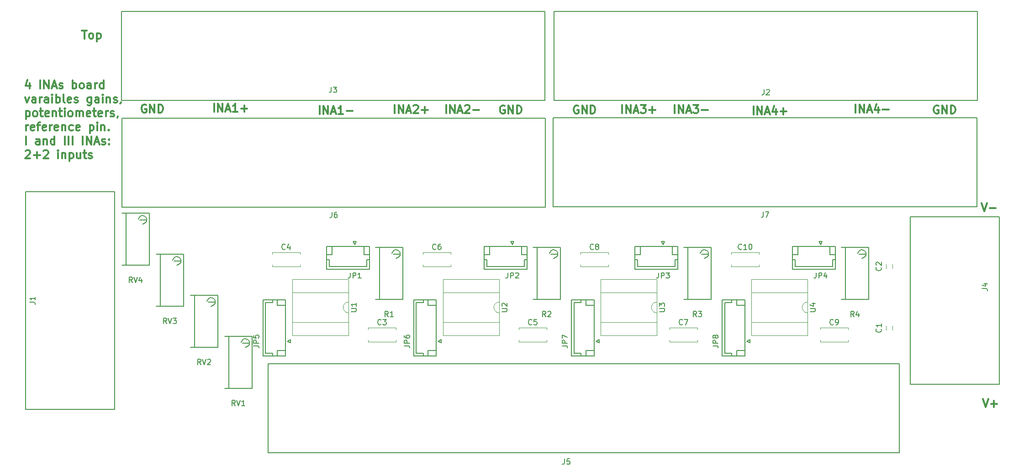
<source format=gbr>
G04 #@! TF.FileFunction,Legend,Top*
%FSLAX46Y46*%
G04 Gerber Fmt 4.6, Leading zero omitted, Abs format (unit mm)*
G04 Created by KiCad (PCBNEW 4.0.5) date 01/24/17 10:53:09*
%MOMM*%
%LPD*%
G01*
G04 APERTURE LIST*
%ADD10C,0.100000*%
%ADD11C,0.300000*%
%ADD12C,0.304800*%
%ADD13C,0.150000*%
%ADD14C,0.120000*%
G04 APERTURE END LIST*
D10*
D11*
X211048743Y-47713200D02*
X210905886Y-47641771D01*
X210691600Y-47641771D01*
X210477315Y-47713200D01*
X210334457Y-47856057D01*
X210263029Y-47998914D01*
X210191600Y-48284629D01*
X210191600Y-48498914D01*
X210263029Y-48784629D01*
X210334457Y-48927486D01*
X210477315Y-49070343D01*
X210691600Y-49141771D01*
X210834457Y-49141771D01*
X211048743Y-49070343D01*
X211120172Y-48998914D01*
X211120172Y-48498914D01*
X210834457Y-48498914D01*
X211763029Y-49141771D02*
X211763029Y-47641771D01*
X212620172Y-49141771D01*
X212620172Y-47641771D01*
X213334458Y-49141771D02*
X213334458Y-47641771D01*
X213691601Y-47641771D01*
X213905886Y-47713200D01*
X214048744Y-47856057D01*
X214120172Y-47998914D01*
X214191601Y-48284629D01*
X214191601Y-48498914D01*
X214120172Y-48784629D01*
X214048744Y-48927486D01*
X213905886Y-49070343D01*
X213691601Y-49141771D01*
X213334458Y-49141771D01*
X162180972Y-49040171D02*
X162180972Y-47540171D01*
X162895258Y-49040171D02*
X162895258Y-47540171D01*
X163752401Y-49040171D01*
X163752401Y-47540171D01*
X164395258Y-48611600D02*
X165109544Y-48611600D01*
X164252401Y-49040171D02*
X164752401Y-47540171D01*
X165252401Y-49040171D01*
X165609544Y-47540171D02*
X166538115Y-47540171D01*
X166038115Y-48111600D01*
X166252401Y-48111600D01*
X166395258Y-48183029D01*
X166466687Y-48254457D01*
X166538115Y-48397314D01*
X166538115Y-48754457D01*
X166466687Y-48897314D01*
X166395258Y-48968743D01*
X166252401Y-49040171D01*
X165823829Y-49040171D01*
X165680972Y-48968743D01*
X165609544Y-48897314D01*
X167180972Y-48468743D02*
X168323829Y-48468743D01*
X152427372Y-49040171D02*
X152427372Y-47540171D01*
X153141658Y-49040171D02*
X153141658Y-47540171D01*
X153998801Y-49040171D01*
X153998801Y-47540171D01*
X154641658Y-48611600D02*
X155355944Y-48611600D01*
X154498801Y-49040171D02*
X154998801Y-47540171D01*
X155498801Y-49040171D01*
X155855944Y-47540171D02*
X156784515Y-47540171D01*
X156284515Y-48111600D01*
X156498801Y-48111600D01*
X156641658Y-48183029D01*
X156713087Y-48254457D01*
X156784515Y-48397314D01*
X156784515Y-48754457D01*
X156713087Y-48897314D01*
X156641658Y-48968743D01*
X156498801Y-49040171D01*
X156070229Y-49040171D01*
X155927372Y-48968743D01*
X155855944Y-48897314D01*
X157427372Y-48468743D02*
X158570229Y-48468743D01*
X157998800Y-49040171D02*
X157998800Y-47897314D01*
X144297543Y-47713200D02*
X144154686Y-47641771D01*
X143940400Y-47641771D01*
X143726115Y-47713200D01*
X143583257Y-47856057D01*
X143511829Y-47998914D01*
X143440400Y-48284629D01*
X143440400Y-48498914D01*
X143511829Y-48784629D01*
X143583257Y-48927486D01*
X143726115Y-49070343D01*
X143940400Y-49141771D01*
X144083257Y-49141771D01*
X144297543Y-49070343D01*
X144368972Y-48998914D01*
X144368972Y-48498914D01*
X144083257Y-48498914D01*
X145011829Y-49141771D02*
X145011829Y-47641771D01*
X145868972Y-49141771D01*
X145868972Y-47641771D01*
X146583258Y-49141771D02*
X146583258Y-47641771D01*
X146940401Y-47641771D01*
X147154686Y-47713200D01*
X147297544Y-47856057D01*
X147368972Y-47998914D01*
X147440401Y-48284629D01*
X147440401Y-48498914D01*
X147368972Y-48784629D01*
X147297544Y-48927486D01*
X147154686Y-49070343D01*
X146940401Y-49141771D01*
X146583258Y-49141771D01*
X130632343Y-47713200D02*
X130489486Y-47641771D01*
X130275200Y-47641771D01*
X130060915Y-47713200D01*
X129918057Y-47856057D01*
X129846629Y-47998914D01*
X129775200Y-48284629D01*
X129775200Y-48498914D01*
X129846629Y-48784629D01*
X129918057Y-48927486D01*
X130060915Y-49070343D01*
X130275200Y-49141771D01*
X130418057Y-49141771D01*
X130632343Y-49070343D01*
X130703772Y-48998914D01*
X130703772Y-48498914D01*
X130418057Y-48498914D01*
X131346629Y-49141771D02*
X131346629Y-47641771D01*
X132203772Y-49141771D01*
X132203772Y-47641771D01*
X132918058Y-49141771D02*
X132918058Y-47641771D01*
X133275201Y-47641771D01*
X133489486Y-47713200D01*
X133632344Y-47856057D01*
X133703772Y-47998914D01*
X133775201Y-48284629D01*
X133775201Y-48498914D01*
X133703772Y-48784629D01*
X133632344Y-48927486D01*
X133489486Y-49070343D01*
X133275201Y-49141771D01*
X132918058Y-49141771D01*
X96344172Y-49243371D02*
X96344172Y-47743371D01*
X97058458Y-49243371D02*
X97058458Y-47743371D01*
X97915601Y-49243371D01*
X97915601Y-47743371D01*
X98558458Y-48814800D02*
X99272744Y-48814800D01*
X98415601Y-49243371D02*
X98915601Y-47743371D01*
X99415601Y-49243371D01*
X100701315Y-49243371D02*
X99844172Y-49243371D01*
X100272744Y-49243371D02*
X100272744Y-47743371D01*
X100129887Y-47957657D01*
X99987029Y-48100514D01*
X99844172Y-48171943D01*
X101344172Y-48671943D02*
X102487029Y-48671943D01*
X64185943Y-47510000D02*
X64043086Y-47438571D01*
X63828800Y-47438571D01*
X63614515Y-47510000D01*
X63471657Y-47652857D01*
X63400229Y-47795714D01*
X63328800Y-48081429D01*
X63328800Y-48295714D01*
X63400229Y-48581429D01*
X63471657Y-48724286D01*
X63614515Y-48867143D01*
X63828800Y-48938571D01*
X63971657Y-48938571D01*
X64185943Y-48867143D01*
X64257372Y-48795714D01*
X64257372Y-48295714D01*
X63971657Y-48295714D01*
X64900229Y-48938571D02*
X64900229Y-47438571D01*
X65757372Y-48938571D01*
X65757372Y-47438571D01*
X66471658Y-48938571D02*
X66471658Y-47438571D01*
X66828801Y-47438571D01*
X67043086Y-47510000D01*
X67185944Y-47652857D01*
X67257372Y-47795714D01*
X67328801Y-48081429D01*
X67328801Y-48295714D01*
X67257372Y-48581429D01*
X67185944Y-48724286D01*
X67043086Y-48867143D01*
X66828801Y-48938571D01*
X66471658Y-48938571D01*
X219297429Y-102048571D02*
X219797429Y-103548571D01*
X220297429Y-102048571D01*
X220797429Y-102977143D02*
X221940286Y-102977143D01*
X221368857Y-103548571D02*
X221368857Y-102405714D01*
X219043429Y-65726571D02*
X219543429Y-67226571D01*
X220043429Y-65726571D01*
X220543429Y-66655143D02*
X221686286Y-66655143D01*
X195708972Y-48938571D02*
X195708972Y-47438571D01*
X196423258Y-48938571D02*
X196423258Y-47438571D01*
X197280401Y-48938571D01*
X197280401Y-47438571D01*
X197923258Y-48510000D02*
X198637544Y-48510000D01*
X197780401Y-48938571D02*
X198280401Y-47438571D01*
X198780401Y-48938571D01*
X199923258Y-47938571D02*
X199923258Y-48938571D01*
X199566115Y-47367143D02*
X199208972Y-48438571D01*
X200137544Y-48438571D01*
X200708972Y-48367143D02*
X201851829Y-48367143D01*
X176760572Y-49294171D02*
X176760572Y-47794171D01*
X177474858Y-49294171D02*
X177474858Y-47794171D01*
X178332001Y-49294171D01*
X178332001Y-47794171D01*
X178974858Y-48865600D02*
X179689144Y-48865600D01*
X178832001Y-49294171D02*
X179332001Y-47794171D01*
X179832001Y-49294171D01*
X180974858Y-48294171D02*
X180974858Y-49294171D01*
X180617715Y-47722743D02*
X180260572Y-48794171D01*
X181189144Y-48794171D01*
X181760572Y-48722743D02*
X182903429Y-48722743D01*
X182332000Y-49294171D02*
X182332000Y-48151314D01*
X119813772Y-49040171D02*
X119813772Y-47540171D01*
X120528058Y-49040171D02*
X120528058Y-47540171D01*
X121385201Y-49040171D01*
X121385201Y-47540171D01*
X122028058Y-48611600D02*
X122742344Y-48611600D01*
X121885201Y-49040171D02*
X122385201Y-47540171D01*
X122885201Y-49040171D01*
X123313772Y-47683029D02*
X123385201Y-47611600D01*
X123528058Y-47540171D01*
X123885201Y-47540171D01*
X124028058Y-47611600D01*
X124099487Y-47683029D01*
X124170915Y-47825886D01*
X124170915Y-47968743D01*
X124099487Y-48183029D01*
X123242344Y-49040171D01*
X124170915Y-49040171D01*
X124813772Y-48468743D02*
X125956629Y-48468743D01*
X110263372Y-49040171D02*
X110263372Y-47540171D01*
X110977658Y-49040171D02*
X110977658Y-47540171D01*
X111834801Y-49040171D01*
X111834801Y-47540171D01*
X112477658Y-48611600D02*
X113191944Y-48611600D01*
X112334801Y-49040171D02*
X112834801Y-47540171D01*
X113334801Y-49040171D01*
X113763372Y-47683029D02*
X113834801Y-47611600D01*
X113977658Y-47540171D01*
X114334801Y-47540171D01*
X114477658Y-47611600D01*
X114549087Y-47683029D01*
X114620515Y-47825886D01*
X114620515Y-47968743D01*
X114549087Y-48183029D01*
X113691944Y-49040171D01*
X114620515Y-49040171D01*
X115263372Y-48468743D02*
X116406229Y-48468743D01*
X115834800Y-49040171D02*
X115834800Y-47897314D01*
X76786172Y-48786171D02*
X76786172Y-47286171D01*
X77500458Y-48786171D02*
X77500458Y-47286171D01*
X78357601Y-48786171D01*
X78357601Y-47286171D01*
X79000458Y-48357600D02*
X79714744Y-48357600D01*
X78857601Y-48786171D02*
X79357601Y-47286171D01*
X79857601Y-48786171D01*
X81143315Y-48786171D02*
X80286172Y-48786171D01*
X80714744Y-48786171D02*
X80714744Y-47286171D01*
X80571887Y-47500457D01*
X80429029Y-47643314D01*
X80286172Y-47714743D01*
X81786172Y-48214743D02*
X82929029Y-48214743D01*
X82357600Y-48786171D02*
X82357600Y-47643314D01*
D12*
X52287715Y-33709429D02*
X53158572Y-33709429D01*
X52723143Y-35233429D02*
X52723143Y-33709429D01*
X53884286Y-35233429D02*
X53739144Y-35160857D01*
X53666572Y-35088286D01*
X53594001Y-34943143D01*
X53594001Y-34507714D01*
X53666572Y-34362571D01*
X53739144Y-34290000D01*
X53884286Y-34217429D01*
X54102001Y-34217429D01*
X54247144Y-34290000D01*
X54319715Y-34362571D01*
X54392286Y-34507714D01*
X54392286Y-34943143D01*
X54319715Y-35088286D01*
X54247144Y-35160857D01*
X54102001Y-35233429D01*
X53884286Y-35233429D01*
X55045429Y-34217429D02*
X55045429Y-35741429D01*
X55045429Y-34290000D02*
X55190572Y-34217429D01*
X55480858Y-34217429D01*
X55626001Y-34290000D01*
X55698572Y-34362571D01*
X55771143Y-34507714D01*
X55771143Y-34943143D01*
X55698572Y-35088286D01*
X55626001Y-35160857D01*
X55480858Y-35233429D01*
X55190572Y-35233429D01*
X55045429Y-35160857D01*
X42570400Y-43488429D02*
X42570400Y-44504429D01*
X42207543Y-42907857D02*
X41844686Y-43996429D01*
X42788114Y-43996429D01*
X44529829Y-44504429D02*
X44529829Y-42980429D01*
X45255543Y-44504429D02*
X45255543Y-42980429D01*
X46126400Y-44504429D01*
X46126400Y-42980429D01*
X46779543Y-44069000D02*
X47505257Y-44069000D01*
X46634400Y-44504429D02*
X47142400Y-42980429D01*
X47650400Y-44504429D01*
X48085829Y-44431857D02*
X48230972Y-44504429D01*
X48521257Y-44504429D01*
X48666400Y-44431857D01*
X48738972Y-44286714D01*
X48738972Y-44214143D01*
X48666400Y-44069000D01*
X48521257Y-43996429D01*
X48303543Y-43996429D01*
X48158400Y-43923857D01*
X48085829Y-43778714D01*
X48085829Y-43706143D01*
X48158400Y-43561000D01*
X48303543Y-43488429D01*
X48521257Y-43488429D01*
X48666400Y-43561000D01*
X50553257Y-44504429D02*
X50553257Y-42980429D01*
X50553257Y-43561000D02*
X50698400Y-43488429D01*
X50988686Y-43488429D01*
X51133829Y-43561000D01*
X51206400Y-43633571D01*
X51278971Y-43778714D01*
X51278971Y-44214143D01*
X51206400Y-44359286D01*
X51133829Y-44431857D01*
X50988686Y-44504429D01*
X50698400Y-44504429D01*
X50553257Y-44431857D01*
X52149828Y-44504429D02*
X52004686Y-44431857D01*
X51932114Y-44359286D01*
X51859543Y-44214143D01*
X51859543Y-43778714D01*
X51932114Y-43633571D01*
X52004686Y-43561000D01*
X52149828Y-43488429D01*
X52367543Y-43488429D01*
X52512686Y-43561000D01*
X52585257Y-43633571D01*
X52657828Y-43778714D01*
X52657828Y-44214143D01*
X52585257Y-44359286D01*
X52512686Y-44431857D01*
X52367543Y-44504429D01*
X52149828Y-44504429D01*
X53964114Y-44504429D02*
X53964114Y-43706143D01*
X53891543Y-43561000D01*
X53746400Y-43488429D01*
X53456114Y-43488429D01*
X53310971Y-43561000D01*
X53964114Y-44431857D02*
X53818971Y-44504429D01*
X53456114Y-44504429D01*
X53310971Y-44431857D01*
X53238400Y-44286714D01*
X53238400Y-44141571D01*
X53310971Y-43996429D01*
X53456114Y-43923857D01*
X53818971Y-43923857D01*
X53964114Y-43851286D01*
X54689828Y-44504429D02*
X54689828Y-43488429D01*
X54689828Y-43778714D02*
X54762400Y-43633571D01*
X54834971Y-43561000D01*
X54980114Y-43488429D01*
X55125257Y-43488429D01*
X56286400Y-44504429D02*
X56286400Y-42980429D01*
X56286400Y-44431857D02*
X56141257Y-44504429D01*
X55850971Y-44504429D01*
X55705829Y-44431857D01*
X55633257Y-44359286D01*
X55560686Y-44214143D01*
X55560686Y-43778714D01*
X55633257Y-43633571D01*
X55705829Y-43561000D01*
X55850971Y-43488429D01*
X56141257Y-43488429D01*
X56286400Y-43561000D01*
X41772114Y-46079229D02*
X42134971Y-47095229D01*
X42497829Y-46079229D01*
X43731543Y-47095229D02*
X43731543Y-46296943D01*
X43658972Y-46151800D01*
X43513829Y-46079229D01*
X43223543Y-46079229D01*
X43078400Y-46151800D01*
X43731543Y-47022657D02*
X43586400Y-47095229D01*
X43223543Y-47095229D01*
X43078400Y-47022657D01*
X43005829Y-46877514D01*
X43005829Y-46732371D01*
X43078400Y-46587229D01*
X43223543Y-46514657D01*
X43586400Y-46514657D01*
X43731543Y-46442086D01*
X44457257Y-47095229D02*
X44457257Y-46079229D01*
X44457257Y-46369514D02*
X44529829Y-46224371D01*
X44602400Y-46151800D01*
X44747543Y-46079229D01*
X44892686Y-46079229D01*
X46053829Y-47095229D02*
X46053829Y-46296943D01*
X45981258Y-46151800D01*
X45836115Y-46079229D01*
X45545829Y-46079229D01*
X45400686Y-46151800D01*
X46053829Y-47022657D02*
X45908686Y-47095229D01*
X45545829Y-47095229D01*
X45400686Y-47022657D01*
X45328115Y-46877514D01*
X45328115Y-46732371D01*
X45400686Y-46587229D01*
X45545829Y-46514657D01*
X45908686Y-46514657D01*
X46053829Y-46442086D01*
X46779543Y-47095229D02*
X46779543Y-46079229D01*
X46779543Y-45571229D02*
X46706972Y-45643800D01*
X46779543Y-45716371D01*
X46852115Y-45643800D01*
X46779543Y-45571229D01*
X46779543Y-45716371D01*
X47505257Y-47095229D02*
X47505257Y-45571229D01*
X47505257Y-46151800D02*
X47650400Y-46079229D01*
X47940686Y-46079229D01*
X48085829Y-46151800D01*
X48158400Y-46224371D01*
X48230971Y-46369514D01*
X48230971Y-46804943D01*
X48158400Y-46950086D01*
X48085829Y-47022657D01*
X47940686Y-47095229D01*
X47650400Y-47095229D01*
X47505257Y-47022657D01*
X49101828Y-47095229D02*
X48956686Y-47022657D01*
X48884114Y-46877514D01*
X48884114Y-45571229D01*
X50262972Y-47022657D02*
X50117829Y-47095229D01*
X49827543Y-47095229D01*
X49682400Y-47022657D01*
X49609829Y-46877514D01*
X49609829Y-46296943D01*
X49682400Y-46151800D01*
X49827543Y-46079229D01*
X50117829Y-46079229D01*
X50262972Y-46151800D01*
X50335543Y-46296943D01*
X50335543Y-46442086D01*
X49609829Y-46587229D01*
X50916115Y-47022657D02*
X51061258Y-47095229D01*
X51351543Y-47095229D01*
X51496686Y-47022657D01*
X51569258Y-46877514D01*
X51569258Y-46804943D01*
X51496686Y-46659800D01*
X51351543Y-46587229D01*
X51133829Y-46587229D01*
X50988686Y-46514657D01*
X50916115Y-46369514D01*
X50916115Y-46296943D01*
X50988686Y-46151800D01*
X51133829Y-46079229D01*
X51351543Y-46079229D01*
X51496686Y-46151800D01*
X54036686Y-46079229D02*
X54036686Y-47312943D01*
X53964115Y-47458086D01*
X53891543Y-47530657D01*
X53746400Y-47603229D01*
X53528686Y-47603229D01*
X53383543Y-47530657D01*
X54036686Y-47022657D02*
X53891543Y-47095229D01*
X53601257Y-47095229D01*
X53456115Y-47022657D01*
X53383543Y-46950086D01*
X53310972Y-46804943D01*
X53310972Y-46369514D01*
X53383543Y-46224371D01*
X53456115Y-46151800D01*
X53601257Y-46079229D01*
X53891543Y-46079229D01*
X54036686Y-46151800D01*
X55415543Y-47095229D02*
X55415543Y-46296943D01*
X55342972Y-46151800D01*
X55197829Y-46079229D01*
X54907543Y-46079229D01*
X54762400Y-46151800D01*
X55415543Y-47022657D02*
X55270400Y-47095229D01*
X54907543Y-47095229D01*
X54762400Y-47022657D01*
X54689829Y-46877514D01*
X54689829Y-46732371D01*
X54762400Y-46587229D01*
X54907543Y-46514657D01*
X55270400Y-46514657D01*
X55415543Y-46442086D01*
X56141257Y-47095229D02*
X56141257Y-46079229D01*
X56141257Y-45571229D02*
X56068686Y-45643800D01*
X56141257Y-45716371D01*
X56213829Y-45643800D01*
X56141257Y-45571229D01*
X56141257Y-45716371D01*
X56866971Y-46079229D02*
X56866971Y-47095229D01*
X56866971Y-46224371D02*
X56939543Y-46151800D01*
X57084685Y-46079229D01*
X57302400Y-46079229D01*
X57447543Y-46151800D01*
X57520114Y-46296943D01*
X57520114Y-47095229D01*
X58173257Y-47022657D02*
X58318400Y-47095229D01*
X58608685Y-47095229D01*
X58753828Y-47022657D01*
X58826400Y-46877514D01*
X58826400Y-46804943D01*
X58753828Y-46659800D01*
X58608685Y-46587229D01*
X58390971Y-46587229D01*
X58245828Y-46514657D01*
X58173257Y-46369514D01*
X58173257Y-46296943D01*
X58245828Y-46151800D01*
X58390971Y-46079229D01*
X58608685Y-46079229D01*
X58753828Y-46151800D01*
X59552114Y-47022657D02*
X59552114Y-47095229D01*
X59479542Y-47240371D01*
X59406971Y-47312943D01*
X41917257Y-48670029D02*
X41917257Y-50194029D01*
X41917257Y-48742600D02*
X42062400Y-48670029D01*
X42352686Y-48670029D01*
X42497829Y-48742600D01*
X42570400Y-48815171D01*
X42642971Y-48960314D01*
X42642971Y-49395743D01*
X42570400Y-49540886D01*
X42497829Y-49613457D01*
X42352686Y-49686029D01*
X42062400Y-49686029D01*
X41917257Y-49613457D01*
X43513828Y-49686029D02*
X43368686Y-49613457D01*
X43296114Y-49540886D01*
X43223543Y-49395743D01*
X43223543Y-48960314D01*
X43296114Y-48815171D01*
X43368686Y-48742600D01*
X43513828Y-48670029D01*
X43731543Y-48670029D01*
X43876686Y-48742600D01*
X43949257Y-48815171D01*
X44021828Y-48960314D01*
X44021828Y-49395743D01*
X43949257Y-49540886D01*
X43876686Y-49613457D01*
X43731543Y-49686029D01*
X43513828Y-49686029D01*
X44457257Y-48670029D02*
X45037828Y-48670029D01*
X44674971Y-48162029D02*
X44674971Y-49468314D01*
X44747543Y-49613457D01*
X44892685Y-49686029D01*
X45037828Y-49686029D01*
X46126400Y-49613457D02*
X45981257Y-49686029D01*
X45690971Y-49686029D01*
X45545828Y-49613457D01*
X45473257Y-49468314D01*
X45473257Y-48887743D01*
X45545828Y-48742600D01*
X45690971Y-48670029D01*
X45981257Y-48670029D01*
X46126400Y-48742600D01*
X46198971Y-48887743D01*
X46198971Y-49032886D01*
X45473257Y-49178029D01*
X46852114Y-48670029D02*
X46852114Y-49686029D01*
X46852114Y-48815171D02*
X46924686Y-48742600D01*
X47069828Y-48670029D01*
X47287543Y-48670029D01*
X47432686Y-48742600D01*
X47505257Y-48887743D01*
X47505257Y-49686029D01*
X48013257Y-48670029D02*
X48593828Y-48670029D01*
X48230971Y-48162029D02*
X48230971Y-49468314D01*
X48303543Y-49613457D01*
X48448685Y-49686029D01*
X48593828Y-49686029D01*
X49101828Y-49686029D02*
X49101828Y-48670029D01*
X49101828Y-48162029D02*
X49029257Y-48234600D01*
X49101828Y-48307171D01*
X49174400Y-48234600D01*
X49101828Y-48162029D01*
X49101828Y-48307171D01*
X50045256Y-49686029D02*
X49900114Y-49613457D01*
X49827542Y-49540886D01*
X49754971Y-49395743D01*
X49754971Y-48960314D01*
X49827542Y-48815171D01*
X49900114Y-48742600D01*
X50045256Y-48670029D01*
X50262971Y-48670029D01*
X50408114Y-48742600D01*
X50480685Y-48815171D01*
X50553256Y-48960314D01*
X50553256Y-49395743D01*
X50480685Y-49540886D01*
X50408114Y-49613457D01*
X50262971Y-49686029D01*
X50045256Y-49686029D01*
X51206399Y-49686029D02*
X51206399Y-48670029D01*
X51206399Y-48815171D02*
X51278971Y-48742600D01*
X51424113Y-48670029D01*
X51641828Y-48670029D01*
X51786971Y-48742600D01*
X51859542Y-48887743D01*
X51859542Y-49686029D01*
X51859542Y-48887743D02*
X51932113Y-48742600D01*
X52077256Y-48670029D01*
X52294971Y-48670029D01*
X52440113Y-48742600D01*
X52512685Y-48887743D01*
X52512685Y-49686029D01*
X53818971Y-49613457D02*
X53673828Y-49686029D01*
X53383542Y-49686029D01*
X53238399Y-49613457D01*
X53165828Y-49468314D01*
X53165828Y-48887743D01*
X53238399Y-48742600D01*
X53383542Y-48670029D01*
X53673828Y-48670029D01*
X53818971Y-48742600D01*
X53891542Y-48887743D01*
X53891542Y-49032886D01*
X53165828Y-49178029D01*
X54326971Y-48670029D02*
X54907542Y-48670029D01*
X54544685Y-48162029D02*
X54544685Y-49468314D01*
X54617257Y-49613457D01*
X54762399Y-49686029D01*
X54907542Y-49686029D01*
X55996114Y-49613457D02*
X55850971Y-49686029D01*
X55560685Y-49686029D01*
X55415542Y-49613457D01*
X55342971Y-49468314D01*
X55342971Y-48887743D01*
X55415542Y-48742600D01*
X55560685Y-48670029D01*
X55850971Y-48670029D01*
X55996114Y-48742600D01*
X56068685Y-48887743D01*
X56068685Y-49032886D01*
X55342971Y-49178029D01*
X56721828Y-49686029D02*
X56721828Y-48670029D01*
X56721828Y-48960314D02*
X56794400Y-48815171D01*
X56866971Y-48742600D01*
X57012114Y-48670029D01*
X57157257Y-48670029D01*
X57592686Y-49613457D02*
X57737829Y-49686029D01*
X58028114Y-49686029D01*
X58173257Y-49613457D01*
X58245829Y-49468314D01*
X58245829Y-49395743D01*
X58173257Y-49250600D01*
X58028114Y-49178029D01*
X57810400Y-49178029D01*
X57665257Y-49105457D01*
X57592686Y-48960314D01*
X57592686Y-48887743D01*
X57665257Y-48742600D01*
X57810400Y-48670029D01*
X58028114Y-48670029D01*
X58173257Y-48742600D01*
X58971543Y-49613457D02*
X58971543Y-49686029D01*
X58898971Y-49831171D01*
X58826400Y-49903743D01*
X41917257Y-52276829D02*
X41917257Y-51260829D01*
X41917257Y-51551114D02*
X41989829Y-51405971D01*
X42062400Y-51333400D01*
X42207543Y-51260829D01*
X42352686Y-51260829D01*
X43441258Y-52204257D02*
X43296115Y-52276829D01*
X43005829Y-52276829D01*
X42860686Y-52204257D01*
X42788115Y-52059114D01*
X42788115Y-51478543D01*
X42860686Y-51333400D01*
X43005829Y-51260829D01*
X43296115Y-51260829D01*
X43441258Y-51333400D01*
X43513829Y-51478543D01*
X43513829Y-51623686D01*
X42788115Y-51768829D01*
X43949258Y-51260829D02*
X44529829Y-51260829D01*
X44166972Y-52276829D02*
X44166972Y-50970543D01*
X44239544Y-50825400D01*
X44384686Y-50752829D01*
X44529829Y-50752829D01*
X45618401Y-52204257D02*
X45473258Y-52276829D01*
X45182972Y-52276829D01*
X45037829Y-52204257D01*
X44965258Y-52059114D01*
X44965258Y-51478543D01*
X45037829Y-51333400D01*
X45182972Y-51260829D01*
X45473258Y-51260829D01*
X45618401Y-51333400D01*
X45690972Y-51478543D01*
X45690972Y-51623686D01*
X44965258Y-51768829D01*
X46344115Y-52276829D02*
X46344115Y-51260829D01*
X46344115Y-51551114D02*
X46416687Y-51405971D01*
X46489258Y-51333400D01*
X46634401Y-51260829D01*
X46779544Y-51260829D01*
X47868116Y-52204257D02*
X47722973Y-52276829D01*
X47432687Y-52276829D01*
X47287544Y-52204257D01*
X47214973Y-52059114D01*
X47214973Y-51478543D01*
X47287544Y-51333400D01*
X47432687Y-51260829D01*
X47722973Y-51260829D01*
X47868116Y-51333400D01*
X47940687Y-51478543D01*
X47940687Y-51623686D01*
X47214973Y-51768829D01*
X48593830Y-51260829D02*
X48593830Y-52276829D01*
X48593830Y-51405971D02*
X48666402Y-51333400D01*
X48811544Y-51260829D01*
X49029259Y-51260829D01*
X49174402Y-51333400D01*
X49246973Y-51478543D01*
X49246973Y-52276829D01*
X50625830Y-52204257D02*
X50480687Y-52276829D01*
X50190401Y-52276829D01*
X50045259Y-52204257D01*
X49972687Y-52131686D01*
X49900116Y-51986543D01*
X49900116Y-51551114D01*
X49972687Y-51405971D01*
X50045259Y-51333400D01*
X50190401Y-51260829D01*
X50480687Y-51260829D01*
X50625830Y-51333400D01*
X51859545Y-52204257D02*
X51714402Y-52276829D01*
X51424116Y-52276829D01*
X51278973Y-52204257D01*
X51206402Y-52059114D01*
X51206402Y-51478543D01*
X51278973Y-51333400D01*
X51424116Y-51260829D01*
X51714402Y-51260829D01*
X51859545Y-51333400D01*
X51932116Y-51478543D01*
X51932116Y-51623686D01*
X51206402Y-51768829D01*
X53746402Y-51260829D02*
X53746402Y-52784829D01*
X53746402Y-51333400D02*
X53891545Y-51260829D01*
X54181831Y-51260829D01*
X54326974Y-51333400D01*
X54399545Y-51405971D01*
X54472116Y-51551114D01*
X54472116Y-51986543D01*
X54399545Y-52131686D01*
X54326974Y-52204257D01*
X54181831Y-52276829D01*
X53891545Y-52276829D01*
X53746402Y-52204257D01*
X55125259Y-52276829D02*
X55125259Y-51260829D01*
X55125259Y-50752829D02*
X55052688Y-50825400D01*
X55125259Y-50897971D01*
X55197831Y-50825400D01*
X55125259Y-50752829D01*
X55125259Y-50897971D01*
X55850973Y-51260829D02*
X55850973Y-52276829D01*
X55850973Y-51405971D02*
X55923545Y-51333400D01*
X56068687Y-51260829D01*
X56286402Y-51260829D01*
X56431545Y-51333400D01*
X56504116Y-51478543D01*
X56504116Y-52276829D01*
X57229830Y-52131686D02*
X57302402Y-52204257D01*
X57229830Y-52276829D01*
X57157259Y-52204257D01*
X57229830Y-52131686D01*
X57229830Y-52276829D01*
X41917257Y-54867629D02*
X41917257Y-53343629D01*
X44457257Y-54867629D02*
X44457257Y-54069343D01*
X44384686Y-53924200D01*
X44239543Y-53851629D01*
X43949257Y-53851629D01*
X43804114Y-53924200D01*
X44457257Y-54795057D02*
X44312114Y-54867629D01*
X43949257Y-54867629D01*
X43804114Y-54795057D01*
X43731543Y-54649914D01*
X43731543Y-54504771D01*
X43804114Y-54359629D01*
X43949257Y-54287057D01*
X44312114Y-54287057D01*
X44457257Y-54214486D01*
X45182971Y-53851629D02*
X45182971Y-54867629D01*
X45182971Y-53996771D02*
X45255543Y-53924200D01*
X45400685Y-53851629D01*
X45618400Y-53851629D01*
X45763543Y-53924200D01*
X45836114Y-54069343D01*
X45836114Y-54867629D01*
X47214971Y-54867629D02*
X47214971Y-53343629D01*
X47214971Y-54795057D02*
X47069828Y-54867629D01*
X46779542Y-54867629D01*
X46634400Y-54795057D01*
X46561828Y-54722486D01*
X46489257Y-54577343D01*
X46489257Y-54141914D01*
X46561828Y-53996771D01*
X46634400Y-53924200D01*
X46779542Y-53851629D01*
X47069828Y-53851629D01*
X47214971Y-53924200D01*
X49101828Y-54867629D02*
X49101828Y-53343629D01*
X49827542Y-54867629D02*
X49827542Y-53343629D01*
X50553256Y-54867629D02*
X50553256Y-53343629D01*
X52440113Y-54867629D02*
X52440113Y-53343629D01*
X53165827Y-54867629D02*
X53165827Y-53343629D01*
X54036684Y-54867629D01*
X54036684Y-53343629D01*
X54689827Y-54432200D02*
X55415541Y-54432200D01*
X54544684Y-54867629D02*
X55052684Y-53343629D01*
X55560684Y-54867629D01*
X55996113Y-54795057D02*
X56141256Y-54867629D01*
X56431541Y-54867629D01*
X56576684Y-54795057D01*
X56649256Y-54649914D01*
X56649256Y-54577343D01*
X56576684Y-54432200D01*
X56431541Y-54359629D01*
X56213827Y-54359629D01*
X56068684Y-54287057D01*
X55996113Y-54141914D01*
X55996113Y-54069343D01*
X56068684Y-53924200D01*
X56213827Y-53851629D01*
X56431541Y-53851629D01*
X56576684Y-53924200D01*
X57302398Y-54722486D02*
X57374970Y-54795057D01*
X57302398Y-54867629D01*
X57229827Y-54795057D01*
X57302398Y-54722486D01*
X57302398Y-54867629D01*
X57302398Y-53924200D02*
X57374970Y-53996771D01*
X57302398Y-54069343D01*
X57229827Y-53996771D01*
X57302398Y-53924200D01*
X57302398Y-54069343D01*
X41844686Y-56079571D02*
X41917257Y-56007000D01*
X42062400Y-55934429D01*
X42425257Y-55934429D01*
X42570400Y-56007000D01*
X42642971Y-56079571D01*
X42715543Y-56224714D01*
X42715543Y-56369857D01*
X42642971Y-56587571D01*
X41772114Y-57458429D01*
X42715543Y-57458429D01*
X43368686Y-56877857D02*
X44529829Y-56877857D01*
X43949258Y-57458429D02*
X43949258Y-56297286D01*
X45182972Y-56079571D02*
X45255543Y-56007000D01*
X45400686Y-55934429D01*
X45763543Y-55934429D01*
X45908686Y-56007000D01*
X45981257Y-56079571D01*
X46053829Y-56224714D01*
X46053829Y-56369857D01*
X45981257Y-56587571D01*
X45110400Y-57458429D01*
X46053829Y-57458429D01*
X47868115Y-57458429D02*
X47868115Y-56442429D01*
X47868115Y-55934429D02*
X47795544Y-56007000D01*
X47868115Y-56079571D01*
X47940687Y-56007000D01*
X47868115Y-55934429D01*
X47868115Y-56079571D01*
X48593829Y-56442429D02*
X48593829Y-57458429D01*
X48593829Y-56587571D02*
X48666401Y-56515000D01*
X48811543Y-56442429D01*
X49029258Y-56442429D01*
X49174401Y-56515000D01*
X49246972Y-56660143D01*
X49246972Y-57458429D01*
X49972686Y-56442429D02*
X49972686Y-57966429D01*
X49972686Y-56515000D02*
X50117829Y-56442429D01*
X50408115Y-56442429D01*
X50553258Y-56515000D01*
X50625829Y-56587571D01*
X50698400Y-56732714D01*
X50698400Y-57168143D01*
X50625829Y-57313286D01*
X50553258Y-57385857D01*
X50408115Y-57458429D01*
X50117829Y-57458429D01*
X49972686Y-57385857D01*
X52004686Y-56442429D02*
X52004686Y-57458429D01*
X51351543Y-56442429D02*
X51351543Y-57240714D01*
X51424115Y-57385857D01*
X51569257Y-57458429D01*
X51786972Y-57458429D01*
X51932115Y-57385857D01*
X52004686Y-57313286D01*
X52512686Y-56442429D02*
X53093257Y-56442429D01*
X52730400Y-55934429D02*
X52730400Y-57240714D01*
X52802972Y-57385857D01*
X52948114Y-57458429D01*
X53093257Y-57458429D01*
X53528686Y-57385857D02*
X53673829Y-57458429D01*
X53964114Y-57458429D01*
X54109257Y-57385857D01*
X54181829Y-57240714D01*
X54181829Y-57168143D01*
X54109257Y-57023000D01*
X53964114Y-56950429D01*
X53746400Y-56950429D01*
X53601257Y-56877857D01*
X53528686Y-56732714D01*
X53528686Y-56660143D01*
X53601257Y-56515000D01*
X53746400Y-56442429D01*
X53964114Y-56442429D01*
X54109257Y-56515000D01*
D13*
X218167600Y-66424800D02*
X218167600Y-49924800D01*
X218167600Y-49924800D02*
X217167600Y-49924800D01*
X178917600Y-66424800D02*
X218167600Y-66424800D01*
X178917600Y-49924800D02*
X217167600Y-49924800D01*
X139667600Y-49924800D02*
X180067600Y-49924800D01*
X139667600Y-66424800D02*
X180067600Y-66424800D01*
X139667600Y-49924800D02*
X139667600Y-66424800D01*
X138208400Y-66475600D02*
X138208400Y-49975600D01*
X138208400Y-49975600D02*
X137208400Y-49975600D01*
X98958400Y-66475600D02*
X138208400Y-66475600D01*
X98958400Y-49975600D02*
X137208400Y-49975600D01*
X59708400Y-49975600D02*
X100108400Y-49975600D01*
X59708400Y-66475600D02*
X100108400Y-66475600D01*
X59708400Y-49975600D02*
X59708400Y-66475600D01*
X138106800Y-46714400D02*
X138106800Y-30214400D01*
X138106800Y-30214400D02*
X137106800Y-30214400D01*
X98856800Y-46714400D02*
X138106800Y-46714400D01*
X98856800Y-30214400D02*
X137106800Y-30214400D01*
X59606800Y-30214400D02*
X100006800Y-30214400D01*
X59606800Y-46714400D02*
X100006800Y-46714400D01*
X59606800Y-30214400D02*
X59606800Y-46714400D01*
X205830000Y-99320000D02*
X205830000Y-68320000D01*
X205830000Y-68320000D02*
X222330000Y-68320000D01*
X222330000Y-99320000D02*
X222330000Y-68320000D01*
X205830000Y-99320000D02*
X222330000Y-99320000D01*
D14*
X201330000Y-89250000D02*
X201330000Y-88550000D01*
X202530000Y-88550000D02*
X202530000Y-89250000D01*
X201330000Y-77820000D02*
X201330000Y-77120000D01*
X202530000Y-77120000D02*
X202530000Y-77820000D01*
X101720000Y-86090000D02*
G75*
G02X101720000Y-84090000I0J1000000D01*
G01*
X101720000Y-84090000D02*
X101720000Y-82320000D01*
X101720000Y-82320000D02*
X91320000Y-82320000D01*
X91320000Y-82320000D02*
X91320000Y-87860000D01*
X91320000Y-87860000D02*
X101720000Y-87860000D01*
X101720000Y-87860000D02*
X101720000Y-86090000D01*
X101720000Y-79890000D02*
X91320000Y-79890000D01*
X91320000Y-79890000D02*
X91320000Y-90290000D01*
X91320000Y-90290000D02*
X101720000Y-90290000D01*
X101720000Y-90290000D02*
X101720000Y-79890000D01*
X129660000Y-86090000D02*
G75*
G02X129660000Y-84090000I0J1000000D01*
G01*
X129660000Y-84090000D02*
X129660000Y-82320000D01*
X129660000Y-82320000D02*
X119260000Y-82320000D01*
X119260000Y-82320000D02*
X119260000Y-87860000D01*
X119260000Y-87860000D02*
X129660000Y-87860000D01*
X129660000Y-87860000D02*
X129660000Y-86090000D01*
X129660000Y-79890000D02*
X119260000Y-79890000D01*
X119260000Y-79890000D02*
X119260000Y-90290000D01*
X119260000Y-90290000D02*
X129660000Y-90290000D01*
X129660000Y-90290000D02*
X129660000Y-79890000D01*
X158870000Y-86090000D02*
G75*
G02X158870000Y-84090000I0J1000000D01*
G01*
X158870000Y-84090000D02*
X158870000Y-82320000D01*
X158870000Y-82320000D02*
X148470000Y-82320000D01*
X148470000Y-82320000D02*
X148470000Y-87860000D01*
X148470000Y-87860000D02*
X158870000Y-87860000D01*
X158870000Y-87860000D02*
X158870000Y-86090000D01*
X158870000Y-79890000D02*
X148470000Y-79890000D01*
X148470000Y-79890000D02*
X148470000Y-90290000D01*
X148470000Y-90290000D02*
X158870000Y-90290000D01*
X158870000Y-90290000D02*
X158870000Y-79890000D01*
X186810000Y-86090000D02*
G75*
G02X186810000Y-84090000I0J1000000D01*
G01*
X186810000Y-84090000D02*
X186810000Y-82320000D01*
X186810000Y-82320000D02*
X176410000Y-82320000D01*
X176410000Y-82320000D02*
X176410000Y-87860000D01*
X176410000Y-87860000D02*
X186810000Y-87860000D01*
X186810000Y-87860000D02*
X186810000Y-86090000D01*
X186810000Y-79890000D02*
X176410000Y-79890000D01*
X176410000Y-79890000D02*
X176410000Y-90290000D01*
X176410000Y-90290000D02*
X186810000Y-90290000D01*
X186810000Y-90290000D02*
X186810000Y-79890000D01*
D13*
X86780000Y-95540000D02*
X203780000Y-95540000D01*
X203780000Y-95540000D02*
X203780000Y-112040000D01*
X86780000Y-112040000D02*
X203780000Y-112040000D01*
X86780000Y-95540000D02*
X86780000Y-112040000D01*
X58330000Y-63620000D02*
X58330000Y-104020000D01*
X58330000Y-104020000D02*
X41830000Y-104020000D01*
X41830000Y-63620000D02*
X41830000Y-104020000D01*
X58330000Y-63620000D02*
X41830000Y-63620000D01*
D14*
X105350000Y-88860000D02*
X110470000Y-88860000D01*
X105350000Y-91480000D02*
X110470000Y-91480000D01*
X105350000Y-88860000D02*
X105350000Y-89174000D01*
X105350000Y-91166000D02*
X105350000Y-91480000D01*
X110470000Y-88860000D02*
X110470000Y-89174000D01*
X110470000Y-91166000D02*
X110470000Y-91480000D01*
X87570000Y-74890000D02*
X92690000Y-74890000D01*
X87570000Y-77510000D02*
X92690000Y-77510000D01*
X87570000Y-74890000D02*
X87570000Y-75204000D01*
X87570000Y-77196000D02*
X87570000Y-77510000D01*
X92690000Y-74890000D02*
X92690000Y-75204000D01*
X92690000Y-77196000D02*
X92690000Y-77510000D01*
X133290000Y-88860000D02*
X138410000Y-88860000D01*
X133290000Y-91480000D02*
X138410000Y-91480000D01*
X133290000Y-88860000D02*
X133290000Y-89174000D01*
X133290000Y-91166000D02*
X133290000Y-91480000D01*
X138410000Y-88860000D02*
X138410000Y-89174000D01*
X138410000Y-91166000D02*
X138410000Y-91480000D01*
X115510000Y-74890000D02*
X120630000Y-74890000D01*
X115510000Y-77510000D02*
X120630000Y-77510000D01*
X115510000Y-74890000D02*
X115510000Y-75204000D01*
X115510000Y-77196000D02*
X115510000Y-77510000D01*
X120630000Y-74890000D02*
X120630000Y-75204000D01*
X120630000Y-77196000D02*
X120630000Y-77510000D01*
X161230000Y-88860000D02*
X166350000Y-88860000D01*
X161230000Y-91480000D02*
X166350000Y-91480000D01*
X161230000Y-88860000D02*
X161230000Y-89174000D01*
X161230000Y-91166000D02*
X161230000Y-91480000D01*
X166350000Y-88860000D02*
X166350000Y-89174000D01*
X166350000Y-91166000D02*
X166350000Y-91480000D01*
X144720000Y-74890000D02*
X149840000Y-74890000D01*
X144720000Y-77510000D02*
X149840000Y-77510000D01*
X144720000Y-74890000D02*
X144720000Y-75204000D01*
X144720000Y-77196000D02*
X144720000Y-77510000D01*
X149840000Y-74890000D02*
X149840000Y-75204000D01*
X149840000Y-77196000D02*
X149840000Y-77510000D01*
X189170000Y-88860000D02*
X194290000Y-88860000D01*
X189170000Y-91480000D02*
X194290000Y-91480000D01*
X189170000Y-88860000D02*
X189170000Y-89174000D01*
X189170000Y-91166000D02*
X189170000Y-91480000D01*
X194290000Y-88860000D02*
X194290000Y-89174000D01*
X194290000Y-91166000D02*
X194290000Y-91480000D01*
X172660000Y-74890000D02*
X177780000Y-74890000D01*
X172660000Y-77510000D02*
X177780000Y-77510000D01*
X172660000Y-74890000D02*
X172660000Y-75204000D01*
X172660000Y-77196000D02*
X172660000Y-77510000D01*
X177780000Y-74890000D02*
X177780000Y-75204000D01*
X177780000Y-77196000D02*
X177780000Y-77510000D01*
D13*
X111252000Y-75184000D02*
X109982000Y-75184000D01*
X110502700Y-75971400D02*
X110756700Y-75933300D01*
X110756700Y-75933300D02*
X111036100Y-75755500D01*
X111036100Y-75755500D02*
X111252000Y-75438000D01*
X111252000Y-75438000D02*
X111264700Y-74993500D01*
X111264700Y-74993500D02*
X111061500Y-74637900D01*
X111061500Y-74637900D02*
X110769400Y-74460100D01*
X110769400Y-74460100D02*
X110451900Y-74409300D01*
X110451900Y-74409300D02*
X110045500Y-74510900D01*
X110045500Y-74510900D02*
X109791500Y-74853800D01*
X109791500Y-74853800D02*
X109702600Y-75031600D01*
X107442000Y-83566000D02*
X107442000Y-73914000D01*
X110490000Y-73914000D02*
X111760000Y-73914000D01*
X111760000Y-73914000D02*
X111760000Y-83566000D01*
X111760000Y-83566000D02*
X106680000Y-83566000D01*
X106680000Y-73914000D02*
X109220000Y-73914000D01*
X109220000Y-73914000D02*
X110490000Y-73914000D01*
X140462000Y-75184000D02*
X139192000Y-75184000D01*
X139712700Y-75971400D02*
X139966700Y-75933300D01*
X139966700Y-75933300D02*
X140246100Y-75755500D01*
X140246100Y-75755500D02*
X140462000Y-75438000D01*
X140462000Y-75438000D02*
X140474700Y-74993500D01*
X140474700Y-74993500D02*
X140271500Y-74637900D01*
X140271500Y-74637900D02*
X139979400Y-74460100D01*
X139979400Y-74460100D02*
X139661900Y-74409300D01*
X139661900Y-74409300D02*
X139255500Y-74510900D01*
X139255500Y-74510900D02*
X139001500Y-74853800D01*
X139001500Y-74853800D02*
X138912600Y-75031600D01*
X136652000Y-83566000D02*
X136652000Y-73914000D01*
X139700000Y-73914000D02*
X140970000Y-73914000D01*
X140970000Y-73914000D02*
X140970000Y-83566000D01*
X140970000Y-83566000D02*
X135890000Y-83566000D01*
X135890000Y-73914000D02*
X138430000Y-73914000D01*
X138430000Y-73914000D02*
X139700000Y-73914000D01*
X168402000Y-75184000D02*
X167132000Y-75184000D01*
X167652700Y-75971400D02*
X167906700Y-75933300D01*
X167906700Y-75933300D02*
X168186100Y-75755500D01*
X168186100Y-75755500D02*
X168402000Y-75438000D01*
X168402000Y-75438000D02*
X168414700Y-74993500D01*
X168414700Y-74993500D02*
X168211500Y-74637900D01*
X168211500Y-74637900D02*
X167919400Y-74460100D01*
X167919400Y-74460100D02*
X167601900Y-74409300D01*
X167601900Y-74409300D02*
X167195500Y-74510900D01*
X167195500Y-74510900D02*
X166941500Y-74853800D01*
X166941500Y-74853800D02*
X166852600Y-75031600D01*
X164592000Y-83566000D02*
X164592000Y-73914000D01*
X167640000Y-73914000D02*
X168910000Y-73914000D01*
X168910000Y-73914000D02*
X168910000Y-83566000D01*
X168910000Y-83566000D02*
X163830000Y-83566000D01*
X163830000Y-73914000D02*
X166370000Y-73914000D01*
X166370000Y-73914000D02*
X167640000Y-73914000D01*
X197612000Y-75184000D02*
X196342000Y-75184000D01*
X196862700Y-75971400D02*
X197116700Y-75933300D01*
X197116700Y-75933300D02*
X197396100Y-75755500D01*
X197396100Y-75755500D02*
X197612000Y-75438000D01*
X197612000Y-75438000D02*
X197624700Y-74993500D01*
X197624700Y-74993500D02*
X197421500Y-74637900D01*
X197421500Y-74637900D02*
X197129400Y-74460100D01*
X197129400Y-74460100D02*
X196811900Y-74409300D01*
X196811900Y-74409300D02*
X196405500Y-74510900D01*
X196405500Y-74510900D02*
X196151500Y-74853800D01*
X196151500Y-74853800D02*
X196062600Y-75031600D01*
X193802000Y-83566000D02*
X193802000Y-73914000D01*
X196850000Y-73914000D02*
X198120000Y-73914000D01*
X198120000Y-73914000D02*
X198120000Y-83566000D01*
X198120000Y-83566000D02*
X193040000Y-83566000D01*
X193040000Y-73914000D02*
X195580000Y-73914000D01*
X195580000Y-73914000D02*
X196850000Y-73914000D01*
X83312000Y-91694000D02*
X82042000Y-91694000D01*
X82562700Y-92481400D02*
X82816700Y-92443300D01*
X82816700Y-92443300D02*
X83096100Y-92265500D01*
X83096100Y-92265500D02*
X83312000Y-91948000D01*
X83312000Y-91948000D02*
X83324700Y-91503500D01*
X83324700Y-91503500D02*
X83121500Y-91147900D01*
X83121500Y-91147900D02*
X82829400Y-90970100D01*
X82829400Y-90970100D02*
X82511900Y-90919300D01*
X82511900Y-90919300D02*
X82105500Y-91020900D01*
X82105500Y-91020900D02*
X81851500Y-91363800D01*
X81851500Y-91363800D02*
X81762600Y-91541600D01*
X79502000Y-100076000D02*
X79502000Y-90424000D01*
X82550000Y-90424000D02*
X83820000Y-90424000D01*
X83820000Y-90424000D02*
X83820000Y-100076000D01*
X83820000Y-100076000D02*
X78740000Y-100076000D01*
X78740000Y-90424000D02*
X81280000Y-90424000D01*
X81280000Y-90424000D02*
X82550000Y-90424000D01*
X76962000Y-84074000D02*
X75692000Y-84074000D01*
X76212700Y-84861400D02*
X76466700Y-84823300D01*
X76466700Y-84823300D02*
X76746100Y-84645500D01*
X76746100Y-84645500D02*
X76962000Y-84328000D01*
X76962000Y-84328000D02*
X76974700Y-83883500D01*
X76974700Y-83883500D02*
X76771500Y-83527900D01*
X76771500Y-83527900D02*
X76479400Y-83350100D01*
X76479400Y-83350100D02*
X76161900Y-83299300D01*
X76161900Y-83299300D02*
X75755500Y-83400900D01*
X75755500Y-83400900D02*
X75501500Y-83743800D01*
X75501500Y-83743800D02*
X75412600Y-83921600D01*
X73152000Y-92456000D02*
X73152000Y-82804000D01*
X76200000Y-82804000D02*
X77470000Y-82804000D01*
X77470000Y-82804000D02*
X77470000Y-92456000D01*
X77470000Y-92456000D02*
X72390000Y-92456000D01*
X72390000Y-82804000D02*
X74930000Y-82804000D01*
X74930000Y-82804000D02*
X76200000Y-82804000D01*
X70612000Y-76454000D02*
X69342000Y-76454000D01*
X69862700Y-77241400D02*
X70116700Y-77203300D01*
X70116700Y-77203300D02*
X70396100Y-77025500D01*
X70396100Y-77025500D02*
X70612000Y-76708000D01*
X70612000Y-76708000D02*
X70624700Y-76263500D01*
X70624700Y-76263500D02*
X70421500Y-75907900D01*
X70421500Y-75907900D02*
X70129400Y-75730100D01*
X70129400Y-75730100D02*
X69811900Y-75679300D01*
X69811900Y-75679300D02*
X69405500Y-75780900D01*
X69405500Y-75780900D02*
X69151500Y-76123800D01*
X69151500Y-76123800D02*
X69062600Y-76301600D01*
X66802000Y-84836000D02*
X66802000Y-75184000D01*
X69850000Y-75184000D02*
X71120000Y-75184000D01*
X71120000Y-75184000D02*
X71120000Y-84836000D01*
X71120000Y-84836000D02*
X66040000Y-84836000D01*
X66040000Y-75184000D02*
X68580000Y-75184000D01*
X68580000Y-75184000D02*
X69850000Y-75184000D01*
X64262000Y-68834000D02*
X62992000Y-68834000D01*
X63512700Y-69621400D02*
X63766700Y-69583300D01*
X63766700Y-69583300D02*
X64046100Y-69405500D01*
X64046100Y-69405500D02*
X64262000Y-69088000D01*
X64262000Y-69088000D02*
X64274700Y-68643500D01*
X64274700Y-68643500D02*
X64071500Y-68287900D01*
X64071500Y-68287900D02*
X63779400Y-68110100D01*
X63779400Y-68110100D02*
X63461900Y-68059300D01*
X63461900Y-68059300D02*
X63055500Y-68160900D01*
X63055500Y-68160900D02*
X62801500Y-68503800D01*
X62801500Y-68503800D02*
X62712600Y-68681600D01*
X60452000Y-77216000D02*
X60452000Y-67564000D01*
X63500000Y-67564000D02*
X64770000Y-67564000D01*
X64770000Y-67564000D02*
X64770000Y-77216000D01*
X64770000Y-77216000D02*
X59690000Y-77216000D01*
X59690000Y-67564000D02*
X62230000Y-67564000D01*
X62230000Y-67564000D02*
X63500000Y-67564000D01*
X105570000Y-78000000D02*
X105570000Y-73800000D01*
X105570000Y-73800000D02*
X97670000Y-73800000D01*
X97670000Y-73800000D02*
X97670000Y-78000000D01*
X97670000Y-78000000D02*
X105570000Y-78000000D01*
X105570000Y-76200000D02*
X105070000Y-76200000D01*
X105070000Y-76200000D02*
X105070000Y-77500000D01*
X105070000Y-77500000D02*
X98170000Y-77500000D01*
X98170000Y-77500000D02*
X98170000Y-76200000D01*
X98170000Y-76200000D02*
X97670000Y-76200000D01*
X105570000Y-75300000D02*
X104570000Y-75300000D01*
X104570000Y-75300000D02*
X104570000Y-73800000D01*
X97670000Y-75300000D02*
X98670000Y-75300000D01*
X98670000Y-75300000D02*
X98670000Y-73800000D01*
X102870000Y-73450000D02*
X103170000Y-72850000D01*
X103170000Y-72850000D02*
X102570000Y-72850000D01*
X102570000Y-72850000D02*
X102870000Y-73450000D01*
X134780000Y-78000000D02*
X134780000Y-73800000D01*
X134780000Y-73800000D02*
X126880000Y-73800000D01*
X126880000Y-73800000D02*
X126880000Y-78000000D01*
X126880000Y-78000000D02*
X134780000Y-78000000D01*
X134780000Y-76200000D02*
X134280000Y-76200000D01*
X134280000Y-76200000D02*
X134280000Y-77500000D01*
X134280000Y-77500000D02*
X127380000Y-77500000D01*
X127380000Y-77500000D02*
X127380000Y-76200000D01*
X127380000Y-76200000D02*
X126880000Y-76200000D01*
X134780000Y-75300000D02*
X133780000Y-75300000D01*
X133780000Y-75300000D02*
X133780000Y-73800000D01*
X126880000Y-75300000D02*
X127880000Y-75300000D01*
X127880000Y-75300000D02*
X127880000Y-73800000D01*
X132080000Y-73450000D02*
X132380000Y-72850000D01*
X132380000Y-72850000D02*
X131780000Y-72850000D01*
X131780000Y-72850000D02*
X132080000Y-73450000D01*
X162720000Y-78000000D02*
X162720000Y-73800000D01*
X162720000Y-73800000D02*
X154820000Y-73800000D01*
X154820000Y-73800000D02*
X154820000Y-78000000D01*
X154820000Y-78000000D02*
X162720000Y-78000000D01*
X162720000Y-76200000D02*
X162220000Y-76200000D01*
X162220000Y-76200000D02*
X162220000Y-77500000D01*
X162220000Y-77500000D02*
X155320000Y-77500000D01*
X155320000Y-77500000D02*
X155320000Y-76200000D01*
X155320000Y-76200000D02*
X154820000Y-76200000D01*
X162720000Y-75300000D02*
X161720000Y-75300000D01*
X161720000Y-75300000D02*
X161720000Y-73800000D01*
X154820000Y-75300000D02*
X155820000Y-75300000D01*
X155820000Y-75300000D02*
X155820000Y-73800000D01*
X160020000Y-73450000D02*
X160320000Y-72850000D01*
X160320000Y-72850000D02*
X159720000Y-72850000D01*
X159720000Y-72850000D02*
X160020000Y-73450000D01*
X191930000Y-78000000D02*
X191930000Y-73800000D01*
X191930000Y-73800000D02*
X184030000Y-73800000D01*
X184030000Y-73800000D02*
X184030000Y-78000000D01*
X184030000Y-78000000D02*
X191930000Y-78000000D01*
X191930000Y-76200000D02*
X191430000Y-76200000D01*
X191430000Y-76200000D02*
X191430000Y-77500000D01*
X191430000Y-77500000D02*
X184530000Y-77500000D01*
X184530000Y-77500000D02*
X184530000Y-76200000D01*
X184530000Y-76200000D02*
X184030000Y-76200000D01*
X191930000Y-75300000D02*
X190930000Y-75300000D01*
X190930000Y-75300000D02*
X190930000Y-73800000D01*
X184030000Y-75300000D02*
X185030000Y-75300000D01*
X185030000Y-75300000D02*
X185030000Y-73800000D01*
X189230000Y-73450000D02*
X189530000Y-72850000D01*
X189530000Y-72850000D02*
X188930000Y-72850000D01*
X188930000Y-72850000D02*
X189230000Y-73450000D01*
X218320000Y-46714400D02*
X218320000Y-30214400D01*
X218320000Y-30214400D02*
X217320000Y-30214400D01*
X179070000Y-46714400D02*
X218320000Y-46714400D01*
X179070000Y-30214400D02*
X217320000Y-30214400D01*
X139820000Y-30214400D02*
X180220000Y-30214400D01*
X139820000Y-46714400D02*
X180220000Y-46714400D01*
X139820000Y-30214400D02*
X139820000Y-46714400D01*
X85830000Y-94089200D02*
X90030000Y-94089200D01*
X90030000Y-94089200D02*
X90030000Y-83689200D01*
X90030000Y-83689200D02*
X85830000Y-83689200D01*
X85830000Y-83689200D02*
X85830000Y-94089200D01*
X87630000Y-94089200D02*
X87630000Y-93589200D01*
X87630000Y-93589200D02*
X86330000Y-93589200D01*
X86330000Y-93589200D02*
X86330000Y-84189200D01*
X86330000Y-84189200D02*
X87630000Y-84189200D01*
X87630000Y-84189200D02*
X87630000Y-83689200D01*
X88530000Y-94089200D02*
X88530000Y-93089200D01*
X88530000Y-93089200D02*
X90030000Y-93089200D01*
X88530000Y-83689200D02*
X88530000Y-84689200D01*
X88530000Y-84689200D02*
X90030000Y-84689200D01*
X90380000Y-91389200D02*
X90980000Y-91689200D01*
X90980000Y-91689200D02*
X90980000Y-91089200D01*
X90980000Y-91089200D02*
X90380000Y-91389200D01*
X113770000Y-94089200D02*
X117970000Y-94089200D01*
X117970000Y-94089200D02*
X117970000Y-83689200D01*
X117970000Y-83689200D02*
X113770000Y-83689200D01*
X113770000Y-83689200D02*
X113770000Y-94089200D01*
X115570000Y-94089200D02*
X115570000Y-93589200D01*
X115570000Y-93589200D02*
X114270000Y-93589200D01*
X114270000Y-93589200D02*
X114270000Y-84189200D01*
X114270000Y-84189200D02*
X115570000Y-84189200D01*
X115570000Y-84189200D02*
X115570000Y-83689200D01*
X116470000Y-94089200D02*
X116470000Y-93089200D01*
X116470000Y-93089200D02*
X117970000Y-93089200D01*
X116470000Y-83689200D02*
X116470000Y-84689200D01*
X116470000Y-84689200D02*
X117970000Y-84689200D01*
X118320000Y-91389200D02*
X118920000Y-91689200D01*
X118920000Y-91689200D02*
X118920000Y-91089200D01*
X118920000Y-91089200D02*
X118320000Y-91389200D01*
X143030800Y-94089200D02*
X147230800Y-94089200D01*
X147230800Y-94089200D02*
X147230800Y-83689200D01*
X147230800Y-83689200D02*
X143030800Y-83689200D01*
X143030800Y-83689200D02*
X143030800Y-94089200D01*
X144830800Y-94089200D02*
X144830800Y-93589200D01*
X144830800Y-93589200D02*
X143530800Y-93589200D01*
X143530800Y-93589200D02*
X143530800Y-84189200D01*
X143530800Y-84189200D02*
X144830800Y-84189200D01*
X144830800Y-84189200D02*
X144830800Y-83689200D01*
X145730800Y-94089200D02*
X145730800Y-93089200D01*
X145730800Y-93089200D02*
X147230800Y-93089200D01*
X145730800Y-83689200D02*
X145730800Y-84689200D01*
X145730800Y-84689200D02*
X147230800Y-84689200D01*
X147580800Y-91389200D02*
X148180800Y-91689200D01*
X148180800Y-91689200D02*
X148180800Y-91089200D01*
X148180800Y-91089200D02*
X147580800Y-91389200D01*
X170970800Y-94089200D02*
X175170800Y-94089200D01*
X175170800Y-94089200D02*
X175170800Y-83689200D01*
X175170800Y-83689200D02*
X170970800Y-83689200D01*
X170970800Y-83689200D02*
X170970800Y-94089200D01*
X172770800Y-94089200D02*
X172770800Y-93589200D01*
X172770800Y-93589200D02*
X171470800Y-93589200D01*
X171470800Y-93589200D02*
X171470800Y-84189200D01*
X171470800Y-84189200D02*
X172770800Y-84189200D01*
X172770800Y-84189200D02*
X172770800Y-83689200D01*
X173670800Y-94089200D02*
X173670800Y-93089200D01*
X173670800Y-93089200D02*
X175170800Y-93089200D01*
X173670800Y-83689200D02*
X173670800Y-84689200D01*
X173670800Y-84689200D02*
X175170800Y-84689200D01*
X175520800Y-91389200D02*
X176120800Y-91689200D01*
X176120800Y-91689200D02*
X176120800Y-91089200D01*
X176120800Y-91089200D02*
X175520800Y-91389200D01*
X178584267Y-67377181D02*
X178584267Y-68091467D01*
X178536647Y-68234324D01*
X178441409Y-68329562D01*
X178298552Y-68377181D01*
X178203314Y-68377181D01*
X178965219Y-67377181D02*
X179631886Y-67377181D01*
X179203314Y-68377181D01*
X98625067Y-67427981D02*
X98625067Y-68142267D01*
X98577447Y-68285124D01*
X98482209Y-68380362D01*
X98339352Y-68427981D01*
X98244114Y-68427981D01*
X99529829Y-67427981D02*
X99339352Y-67427981D01*
X99244114Y-67475600D01*
X99196495Y-67523219D01*
X99101257Y-67666076D01*
X99053638Y-67856552D01*
X99053638Y-68237505D01*
X99101257Y-68332743D01*
X99148876Y-68380362D01*
X99244114Y-68427981D01*
X99434591Y-68427981D01*
X99529829Y-68380362D01*
X99577448Y-68332743D01*
X99625067Y-68237505D01*
X99625067Y-67999410D01*
X99577448Y-67904171D01*
X99529829Y-67856552D01*
X99434591Y-67808933D01*
X99244114Y-67808933D01*
X99148876Y-67856552D01*
X99101257Y-67904171D01*
X99053638Y-67999410D01*
X98523467Y-44207181D02*
X98523467Y-44921467D01*
X98475847Y-45064324D01*
X98380609Y-45159562D01*
X98237752Y-45207181D01*
X98142514Y-45207181D01*
X98904419Y-44207181D02*
X99523467Y-44207181D01*
X99190133Y-44588133D01*
X99332991Y-44588133D01*
X99428229Y-44635752D01*
X99475848Y-44683371D01*
X99523467Y-44778610D01*
X99523467Y-45016705D01*
X99475848Y-45111943D01*
X99428229Y-45159562D01*
X99332991Y-45207181D01*
X99047276Y-45207181D01*
X98952038Y-45159562D01*
X98904419Y-45111943D01*
X219162381Y-81613333D02*
X219876667Y-81613333D01*
X220019524Y-81660953D01*
X220114762Y-81756191D01*
X220162381Y-81899048D01*
X220162381Y-81994286D01*
X219495714Y-80708571D02*
X220162381Y-80708571D01*
X219114762Y-80946667D02*
X219829048Y-81184762D01*
X219829048Y-80565714D01*
X200387143Y-89066666D02*
X200434762Y-89114285D01*
X200482381Y-89257142D01*
X200482381Y-89352380D01*
X200434762Y-89495238D01*
X200339524Y-89590476D01*
X200244286Y-89638095D01*
X200053810Y-89685714D01*
X199910952Y-89685714D01*
X199720476Y-89638095D01*
X199625238Y-89590476D01*
X199530000Y-89495238D01*
X199482381Y-89352380D01*
X199482381Y-89257142D01*
X199530000Y-89114285D01*
X199577619Y-89066666D01*
X200482381Y-88114285D02*
X200482381Y-88685714D01*
X200482381Y-88400000D02*
X199482381Y-88400000D01*
X199625238Y-88495238D01*
X199720476Y-88590476D01*
X199768095Y-88685714D01*
X200387143Y-77636666D02*
X200434762Y-77684285D01*
X200482381Y-77827142D01*
X200482381Y-77922380D01*
X200434762Y-78065238D01*
X200339524Y-78160476D01*
X200244286Y-78208095D01*
X200053810Y-78255714D01*
X199910952Y-78255714D01*
X199720476Y-78208095D01*
X199625238Y-78160476D01*
X199530000Y-78065238D01*
X199482381Y-77922380D01*
X199482381Y-77827142D01*
X199530000Y-77684285D01*
X199577619Y-77636666D01*
X199577619Y-77255714D02*
X199530000Y-77208095D01*
X199482381Y-77112857D01*
X199482381Y-76874761D01*
X199530000Y-76779523D01*
X199577619Y-76731904D01*
X199672857Y-76684285D01*
X199768095Y-76684285D01*
X199910952Y-76731904D01*
X200482381Y-77303333D01*
X200482381Y-76684285D01*
X102172381Y-85851905D02*
X102981905Y-85851905D01*
X103077143Y-85804286D01*
X103124762Y-85756667D01*
X103172381Y-85661429D01*
X103172381Y-85470952D01*
X103124762Y-85375714D01*
X103077143Y-85328095D01*
X102981905Y-85280476D01*
X102172381Y-85280476D01*
X103172381Y-84280476D02*
X103172381Y-84851905D01*
X103172381Y-84566191D02*
X102172381Y-84566191D01*
X102315238Y-84661429D01*
X102410476Y-84756667D01*
X102458095Y-84851905D01*
X130112381Y-85851905D02*
X130921905Y-85851905D01*
X131017143Y-85804286D01*
X131064762Y-85756667D01*
X131112381Y-85661429D01*
X131112381Y-85470952D01*
X131064762Y-85375714D01*
X131017143Y-85328095D01*
X130921905Y-85280476D01*
X130112381Y-85280476D01*
X130207619Y-84851905D02*
X130160000Y-84804286D01*
X130112381Y-84709048D01*
X130112381Y-84470952D01*
X130160000Y-84375714D01*
X130207619Y-84328095D01*
X130302857Y-84280476D01*
X130398095Y-84280476D01*
X130540952Y-84328095D01*
X131112381Y-84899524D01*
X131112381Y-84280476D01*
X159322381Y-85851905D02*
X160131905Y-85851905D01*
X160227143Y-85804286D01*
X160274762Y-85756667D01*
X160322381Y-85661429D01*
X160322381Y-85470952D01*
X160274762Y-85375714D01*
X160227143Y-85328095D01*
X160131905Y-85280476D01*
X159322381Y-85280476D01*
X159322381Y-84899524D02*
X159322381Y-84280476D01*
X159703333Y-84613810D01*
X159703333Y-84470952D01*
X159750952Y-84375714D01*
X159798571Y-84328095D01*
X159893810Y-84280476D01*
X160131905Y-84280476D01*
X160227143Y-84328095D01*
X160274762Y-84375714D01*
X160322381Y-84470952D01*
X160322381Y-84756667D01*
X160274762Y-84851905D01*
X160227143Y-84899524D01*
X187262381Y-85851905D02*
X188071905Y-85851905D01*
X188167143Y-85804286D01*
X188214762Y-85756667D01*
X188262381Y-85661429D01*
X188262381Y-85470952D01*
X188214762Y-85375714D01*
X188167143Y-85328095D01*
X188071905Y-85280476D01*
X187262381Y-85280476D01*
X187595714Y-84375714D02*
X188262381Y-84375714D01*
X187214762Y-84613810D02*
X187929048Y-84851905D01*
X187929048Y-84232857D01*
X141746667Y-113192381D02*
X141746667Y-113906667D01*
X141699047Y-114049524D01*
X141603809Y-114144762D01*
X141460952Y-114192381D01*
X141365714Y-114192381D01*
X142699048Y-113192381D02*
X142222857Y-113192381D01*
X142175238Y-113668571D01*
X142222857Y-113620952D01*
X142318095Y-113573333D01*
X142556191Y-113573333D01*
X142651429Y-113620952D01*
X142699048Y-113668571D01*
X142746667Y-113763810D01*
X142746667Y-114001905D01*
X142699048Y-114097143D01*
X142651429Y-114144762D01*
X142556191Y-114192381D01*
X142318095Y-114192381D01*
X142222857Y-114144762D01*
X142175238Y-114097143D01*
X42632381Y-84153333D02*
X43346667Y-84153333D01*
X43489524Y-84200953D01*
X43584762Y-84296191D01*
X43632381Y-84439048D01*
X43632381Y-84534286D01*
X43632381Y-83153333D02*
X43632381Y-83724762D01*
X43632381Y-83439048D02*
X42632381Y-83439048D01*
X42775238Y-83534286D01*
X42870476Y-83629524D01*
X42918095Y-83724762D01*
X107743334Y-88217143D02*
X107695715Y-88264762D01*
X107552858Y-88312381D01*
X107457620Y-88312381D01*
X107314762Y-88264762D01*
X107219524Y-88169524D01*
X107171905Y-88074286D01*
X107124286Y-87883810D01*
X107124286Y-87740952D01*
X107171905Y-87550476D01*
X107219524Y-87455238D01*
X107314762Y-87360000D01*
X107457620Y-87312381D01*
X107552858Y-87312381D01*
X107695715Y-87360000D01*
X107743334Y-87407619D01*
X108076667Y-87312381D02*
X108695715Y-87312381D01*
X108362381Y-87693333D01*
X108505239Y-87693333D01*
X108600477Y-87740952D01*
X108648096Y-87788571D01*
X108695715Y-87883810D01*
X108695715Y-88121905D01*
X108648096Y-88217143D01*
X108600477Y-88264762D01*
X108505239Y-88312381D01*
X108219524Y-88312381D01*
X108124286Y-88264762D01*
X108076667Y-88217143D01*
X89963334Y-74247143D02*
X89915715Y-74294762D01*
X89772858Y-74342381D01*
X89677620Y-74342381D01*
X89534762Y-74294762D01*
X89439524Y-74199524D01*
X89391905Y-74104286D01*
X89344286Y-73913810D01*
X89344286Y-73770952D01*
X89391905Y-73580476D01*
X89439524Y-73485238D01*
X89534762Y-73390000D01*
X89677620Y-73342381D01*
X89772858Y-73342381D01*
X89915715Y-73390000D01*
X89963334Y-73437619D01*
X90820477Y-73675714D02*
X90820477Y-74342381D01*
X90582381Y-73294762D02*
X90344286Y-74009048D01*
X90963334Y-74009048D01*
X135683334Y-88217143D02*
X135635715Y-88264762D01*
X135492858Y-88312381D01*
X135397620Y-88312381D01*
X135254762Y-88264762D01*
X135159524Y-88169524D01*
X135111905Y-88074286D01*
X135064286Y-87883810D01*
X135064286Y-87740952D01*
X135111905Y-87550476D01*
X135159524Y-87455238D01*
X135254762Y-87360000D01*
X135397620Y-87312381D01*
X135492858Y-87312381D01*
X135635715Y-87360000D01*
X135683334Y-87407619D01*
X136588096Y-87312381D02*
X136111905Y-87312381D01*
X136064286Y-87788571D01*
X136111905Y-87740952D01*
X136207143Y-87693333D01*
X136445239Y-87693333D01*
X136540477Y-87740952D01*
X136588096Y-87788571D01*
X136635715Y-87883810D01*
X136635715Y-88121905D01*
X136588096Y-88217143D01*
X136540477Y-88264762D01*
X136445239Y-88312381D01*
X136207143Y-88312381D01*
X136111905Y-88264762D01*
X136064286Y-88217143D01*
X117903334Y-74247143D02*
X117855715Y-74294762D01*
X117712858Y-74342381D01*
X117617620Y-74342381D01*
X117474762Y-74294762D01*
X117379524Y-74199524D01*
X117331905Y-74104286D01*
X117284286Y-73913810D01*
X117284286Y-73770952D01*
X117331905Y-73580476D01*
X117379524Y-73485238D01*
X117474762Y-73390000D01*
X117617620Y-73342381D01*
X117712858Y-73342381D01*
X117855715Y-73390000D01*
X117903334Y-73437619D01*
X118760477Y-73342381D02*
X118570000Y-73342381D01*
X118474762Y-73390000D01*
X118427143Y-73437619D01*
X118331905Y-73580476D01*
X118284286Y-73770952D01*
X118284286Y-74151905D01*
X118331905Y-74247143D01*
X118379524Y-74294762D01*
X118474762Y-74342381D01*
X118665239Y-74342381D01*
X118760477Y-74294762D01*
X118808096Y-74247143D01*
X118855715Y-74151905D01*
X118855715Y-73913810D01*
X118808096Y-73818571D01*
X118760477Y-73770952D01*
X118665239Y-73723333D01*
X118474762Y-73723333D01*
X118379524Y-73770952D01*
X118331905Y-73818571D01*
X118284286Y-73913810D01*
X163623334Y-88217143D02*
X163575715Y-88264762D01*
X163432858Y-88312381D01*
X163337620Y-88312381D01*
X163194762Y-88264762D01*
X163099524Y-88169524D01*
X163051905Y-88074286D01*
X163004286Y-87883810D01*
X163004286Y-87740952D01*
X163051905Y-87550476D01*
X163099524Y-87455238D01*
X163194762Y-87360000D01*
X163337620Y-87312381D01*
X163432858Y-87312381D01*
X163575715Y-87360000D01*
X163623334Y-87407619D01*
X163956667Y-87312381D02*
X164623334Y-87312381D01*
X164194762Y-88312381D01*
X147113334Y-74247143D02*
X147065715Y-74294762D01*
X146922858Y-74342381D01*
X146827620Y-74342381D01*
X146684762Y-74294762D01*
X146589524Y-74199524D01*
X146541905Y-74104286D01*
X146494286Y-73913810D01*
X146494286Y-73770952D01*
X146541905Y-73580476D01*
X146589524Y-73485238D01*
X146684762Y-73390000D01*
X146827620Y-73342381D01*
X146922858Y-73342381D01*
X147065715Y-73390000D01*
X147113334Y-73437619D01*
X147684762Y-73770952D02*
X147589524Y-73723333D01*
X147541905Y-73675714D01*
X147494286Y-73580476D01*
X147494286Y-73532857D01*
X147541905Y-73437619D01*
X147589524Y-73390000D01*
X147684762Y-73342381D01*
X147875239Y-73342381D01*
X147970477Y-73390000D01*
X148018096Y-73437619D01*
X148065715Y-73532857D01*
X148065715Y-73580476D01*
X148018096Y-73675714D01*
X147970477Y-73723333D01*
X147875239Y-73770952D01*
X147684762Y-73770952D01*
X147589524Y-73818571D01*
X147541905Y-73866190D01*
X147494286Y-73961429D01*
X147494286Y-74151905D01*
X147541905Y-74247143D01*
X147589524Y-74294762D01*
X147684762Y-74342381D01*
X147875239Y-74342381D01*
X147970477Y-74294762D01*
X148018096Y-74247143D01*
X148065715Y-74151905D01*
X148065715Y-73961429D01*
X148018096Y-73866190D01*
X147970477Y-73818571D01*
X147875239Y-73770952D01*
X191563334Y-88217143D02*
X191515715Y-88264762D01*
X191372858Y-88312381D01*
X191277620Y-88312381D01*
X191134762Y-88264762D01*
X191039524Y-88169524D01*
X190991905Y-88074286D01*
X190944286Y-87883810D01*
X190944286Y-87740952D01*
X190991905Y-87550476D01*
X191039524Y-87455238D01*
X191134762Y-87360000D01*
X191277620Y-87312381D01*
X191372858Y-87312381D01*
X191515715Y-87360000D01*
X191563334Y-87407619D01*
X192039524Y-88312381D02*
X192230000Y-88312381D01*
X192325239Y-88264762D01*
X192372858Y-88217143D01*
X192468096Y-88074286D01*
X192515715Y-87883810D01*
X192515715Y-87502857D01*
X192468096Y-87407619D01*
X192420477Y-87360000D01*
X192325239Y-87312381D01*
X192134762Y-87312381D01*
X192039524Y-87360000D01*
X191991905Y-87407619D01*
X191944286Y-87502857D01*
X191944286Y-87740952D01*
X191991905Y-87836190D01*
X192039524Y-87883810D01*
X192134762Y-87931429D01*
X192325239Y-87931429D01*
X192420477Y-87883810D01*
X192468096Y-87836190D01*
X192515715Y-87740952D01*
X174577143Y-74247143D02*
X174529524Y-74294762D01*
X174386667Y-74342381D01*
X174291429Y-74342381D01*
X174148571Y-74294762D01*
X174053333Y-74199524D01*
X174005714Y-74104286D01*
X173958095Y-73913810D01*
X173958095Y-73770952D01*
X174005714Y-73580476D01*
X174053333Y-73485238D01*
X174148571Y-73390000D01*
X174291429Y-73342381D01*
X174386667Y-73342381D01*
X174529524Y-73390000D01*
X174577143Y-73437619D01*
X175529524Y-74342381D02*
X174958095Y-74342381D01*
X175243809Y-74342381D02*
X175243809Y-73342381D01*
X175148571Y-73485238D01*
X175053333Y-73580476D01*
X174958095Y-73628095D01*
X176148571Y-73342381D02*
X176243810Y-73342381D01*
X176339048Y-73390000D01*
X176386667Y-73437619D01*
X176434286Y-73532857D01*
X176481905Y-73723333D01*
X176481905Y-73961429D01*
X176434286Y-74151905D01*
X176386667Y-74247143D01*
X176339048Y-74294762D01*
X176243810Y-74342381D01*
X176148571Y-74342381D01*
X176053333Y-74294762D01*
X176005714Y-74247143D01*
X175958095Y-74151905D01*
X175910476Y-73961429D01*
X175910476Y-73723333D01*
X175958095Y-73532857D01*
X176005714Y-73437619D01*
X176053333Y-73390000D01*
X176148571Y-73342381D01*
X109053334Y-86812381D02*
X108720000Y-86336190D01*
X108481905Y-86812381D02*
X108481905Y-85812381D01*
X108862858Y-85812381D01*
X108958096Y-85860000D01*
X109005715Y-85907619D01*
X109053334Y-86002857D01*
X109053334Y-86145714D01*
X109005715Y-86240952D01*
X108958096Y-86288571D01*
X108862858Y-86336190D01*
X108481905Y-86336190D01*
X110005715Y-86812381D02*
X109434286Y-86812381D01*
X109720000Y-86812381D02*
X109720000Y-85812381D01*
X109624762Y-85955238D01*
X109529524Y-86050476D01*
X109434286Y-86098095D01*
X138263334Y-86812381D02*
X137930000Y-86336190D01*
X137691905Y-86812381D02*
X137691905Y-85812381D01*
X138072858Y-85812381D01*
X138168096Y-85860000D01*
X138215715Y-85907619D01*
X138263334Y-86002857D01*
X138263334Y-86145714D01*
X138215715Y-86240952D01*
X138168096Y-86288571D01*
X138072858Y-86336190D01*
X137691905Y-86336190D01*
X138644286Y-85907619D02*
X138691905Y-85860000D01*
X138787143Y-85812381D01*
X139025239Y-85812381D01*
X139120477Y-85860000D01*
X139168096Y-85907619D01*
X139215715Y-86002857D01*
X139215715Y-86098095D01*
X139168096Y-86240952D01*
X138596667Y-86812381D01*
X139215715Y-86812381D01*
X166203334Y-86812381D02*
X165870000Y-86336190D01*
X165631905Y-86812381D02*
X165631905Y-85812381D01*
X166012858Y-85812381D01*
X166108096Y-85860000D01*
X166155715Y-85907619D01*
X166203334Y-86002857D01*
X166203334Y-86145714D01*
X166155715Y-86240952D01*
X166108096Y-86288571D01*
X166012858Y-86336190D01*
X165631905Y-86336190D01*
X166536667Y-85812381D02*
X167155715Y-85812381D01*
X166822381Y-86193333D01*
X166965239Y-86193333D01*
X167060477Y-86240952D01*
X167108096Y-86288571D01*
X167155715Y-86383810D01*
X167155715Y-86621905D01*
X167108096Y-86717143D01*
X167060477Y-86764762D01*
X166965239Y-86812381D01*
X166679524Y-86812381D01*
X166584286Y-86764762D01*
X166536667Y-86717143D01*
X195413334Y-86812381D02*
X195080000Y-86336190D01*
X194841905Y-86812381D02*
X194841905Y-85812381D01*
X195222858Y-85812381D01*
X195318096Y-85860000D01*
X195365715Y-85907619D01*
X195413334Y-86002857D01*
X195413334Y-86145714D01*
X195365715Y-86240952D01*
X195318096Y-86288571D01*
X195222858Y-86336190D01*
X194841905Y-86336190D01*
X196270477Y-86145714D02*
X196270477Y-86812381D01*
X196032381Y-85764762D02*
X195794286Y-86479048D01*
X196413334Y-86479048D01*
X80684762Y-103322381D02*
X80351428Y-102846190D01*
X80113333Y-103322381D02*
X80113333Y-102322381D01*
X80494286Y-102322381D01*
X80589524Y-102370000D01*
X80637143Y-102417619D01*
X80684762Y-102512857D01*
X80684762Y-102655714D01*
X80637143Y-102750952D01*
X80589524Y-102798571D01*
X80494286Y-102846190D01*
X80113333Y-102846190D01*
X80970476Y-102322381D02*
X81303809Y-103322381D01*
X81637143Y-102322381D01*
X82494286Y-103322381D02*
X81922857Y-103322381D01*
X82208571Y-103322381D02*
X82208571Y-102322381D01*
X82113333Y-102465238D01*
X82018095Y-102560476D01*
X81922857Y-102608095D01*
X74334762Y-95702381D02*
X74001428Y-95226190D01*
X73763333Y-95702381D02*
X73763333Y-94702381D01*
X74144286Y-94702381D01*
X74239524Y-94750000D01*
X74287143Y-94797619D01*
X74334762Y-94892857D01*
X74334762Y-95035714D01*
X74287143Y-95130952D01*
X74239524Y-95178571D01*
X74144286Y-95226190D01*
X73763333Y-95226190D01*
X74620476Y-94702381D02*
X74953809Y-95702381D01*
X75287143Y-94702381D01*
X75572857Y-94797619D02*
X75620476Y-94750000D01*
X75715714Y-94702381D01*
X75953810Y-94702381D01*
X76049048Y-94750000D01*
X76096667Y-94797619D01*
X76144286Y-94892857D01*
X76144286Y-94988095D01*
X76096667Y-95130952D01*
X75525238Y-95702381D01*
X76144286Y-95702381D01*
X67984762Y-88082381D02*
X67651428Y-87606190D01*
X67413333Y-88082381D02*
X67413333Y-87082381D01*
X67794286Y-87082381D01*
X67889524Y-87130000D01*
X67937143Y-87177619D01*
X67984762Y-87272857D01*
X67984762Y-87415714D01*
X67937143Y-87510952D01*
X67889524Y-87558571D01*
X67794286Y-87606190D01*
X67413333Y-87606190D01*
X68270476Y-87082381D02*
X68603809Y-88082381D01*
X68937143Y-87082381D01*
X69175238Y-87082381D02*
X69794286Y-87082381D01*
X69460952Y-87463333D01*
X69603810Y-87463333D01*
X69699048Y-87510952D01*
X69746667Y-87558571D01*
X69794286Y-87653810D01*
X69794286Y-87891905D01*
X69746667Y-87987143D01*
X69699048Y-88034762D01*
X69603810Y-88082381D01*
X69318095Y-88082381D01*
X69222857Y-88034762D01*
X69175238Y-87987143D01*
X61634762Y-80462381D02*
X61301428Y-79986190D01*
X61063333Y-80462381D02*
X61063333Y-79462381D01*
X61444286Y-79462381D01*
X61539524Y-79510000D01*
X61587143Y-79557619D01*
X61634762Y-79652857D01*
X61634762Y-79795714D01*
X61587143Y-79890952D01*
X61539524Y-79938571D01*
X61444286Y-79986190D01*
X61063333Y-79986190D01*
X61920476Y-79462381D02*
X62253809Y-80462381D01*
X62587143Y-79462381D01*
X63349048Y-79795714D02*
X63349048Y-80462381D01*
X63110952Y-79414762D02*
X62872857Y-80129048D01*
X63491905Y-80129048D01*
X102036667Y-78652381D02*
X102036667Y-79366667D01*
X101989047Y-79509524D01*
X101893809Y-79604762D01*
X101750952Y-79652381D01*
X101655714Y-79652381D01*
X102512857Y-79652381D02*
X102512857Y-78652381D01*
X102893810Y-78652381D01*
X102989048Y-78700000D01*
X103036667Y-78747619D01*
X103084286Y-78842857D01*
X103084286Y-78985714D01*
X103036667Y-79080952D01*
X102989048Y-79128571D01*
X102893810Y-79176190D01*
X102512857Y-79176190D01*
X104036667Y-79652381D02*
X103465238Y-79652381D01*
X103750952Y-79652381D02*
X103750952Y-78652381D01*
X103655714Y-78795238D01*
X103560476Y-78890476D01*
X103465238Y-78938095D01*
X131246667Y-78652381D02*
X131246667Y-79366667D01*
X131199047Y-79509524D01*
X131103809Y-79604762D01*
X130960952Y-79652381D01*
X130865714Y-79652381D01*
X131722857Y-79652381D02*
X131722857Y-78652381D01*
X132103810Y-78652381D01*
X132199048Y-78700000D01*
X132246667Y-78747619D01*
X132294286Y-78842857D01*
X132294286Y-78985714D01*
X132246667Y-79080952D01*
X132199048Y-79128571D01*
X132103810Y-79176190D01*
X131722857Y-79176190D01*
X132675238Y-78747619D02*
X132722857Y-78700000D01*
X132818095Y-78652381D01*
X133056191Y-78652381D01*
X133151429Y-78700000D01*
X133199048Y-78747619D01*
X133246667Y-78842857D01*
X133246667Y-78938095D01*
X133199048Y-79080952D01*
X132627619Y-79652381D01*
X133246667Y-79652381D01*
X159186667Y-78652381D02*
X159186667Y-79366667D01*
X159139047Y-79509524D01*
X159043809Y-79604762D01*
X158900952Y-79652381D01*
X158805714Y-79652381D01*
X159662857Y-79652381D02*
X159662857Y-78652381D01*
X160043810Y-78652381D01*
X160139048Y-78700000D01*
X160186667Y-78747619D01*
X160234286Y-78842857D01*
X160234286Y-78985714D01*
X160186667Y-79080952D01*
X160139048Y-79128571D01*
X160043810Y-79176190D01*
X159662857Y-79176190D01*
X160567619Y-78652381D02*
X161186667Y-78652381D01*
X160853333Y-79033333D01*
X160996191Y-79033333D01*
X161091429Y-79080952D01*
X161139048Y-79128571D01*
X161186667Y-79223810D01*
X161186667Y-79461905D01*
X161139048Y-79557143D01*
X161091429Y-79604762D01*
X160996191Y-79652381D01*
X160710476Y-79652381D01*
X160615238Y-79604762D01*
X160567619Y-79557143D01*
X188396667Y-78652381D02*
X188396667Y-79366667D01*
X188349047Y-79509524D01*
X188253809Y-79604762D01*
X188110952Y-79652381D01*
X188015714Y-79652381D01*
X188872857Y-79652381D02*
X188872857Y-78652381D01*
X189253810Y-78652381D01*
X189349048Y-78700000D01*
X189396667Y-78747619D01*
X189444286Y-78842857D01*
X189444286Y-78985714D01*
X189396667Y-79080952D01*
X189349048Y-79128571D01*
X189253810Y-79176190D01*
X188872857Y-79176190D01*
X190301429Y-78985714D02*
X190301429Y-79652381D01*
X190063333Y-78604762D02*
X189825238Y-79319048D01*
X190444286Y-79319048D01*
X178736667Y-44664381D02*
X178736667Y-45378667D01*
X178689047Y-45521524D01*
X178593809Y-45616762D01*
X178450952Y-45664381D01*
X178355714Y-45664381D01*
X179165238Y-44759619D02*
X179212857Y-44712000D01*
X179308095Y-44664381D01*
X179546191Y-44664381D01*
X179641429Y-44712000D01*
X179689048Y-44759619D01*
X179736667Y-44854857D01*
X179736667Y-44950095D01*
X179689048Y-45092952D01*
X179117619Y-45664381D01*
X179736667Y-45664381D01*
X84082381Y-92222533D02*
X84796667Y-92222533D01*
X84939524Y-92270153D01*
X85034762Y-92365391D01*
X85082381Y-92508248D01*
X85082381Y-92603486D01*
X85082381Y-91746343D02*
X84082381Y-91746343D01*
X84082381Y-91365390D01*
X84130000Y-91270152D01*
X84177619Y-91222533D01*
X84272857Y-91174914D01*
X84415714Y-91174914D01*
X84510952Y-91222533D01*
X84558571Y-91270152D01*
X84606190Y-91365390D01*
X84606190Y-91746343D01*
X84082381Y-90270152D02*
X84082381Y-90746343D01*
X84558571Y-90793962D01*
X84510952Y-90746343D01*
X84463333Y-90651105D01*
X84463333Y-90413009D01*
X84510952Y-90317771D01*
X84558571Y-90270152D01*
X84653810Y-90222533D01*
X84891905Y-90222533D01*
X84987143Y-90270152D01*
X85034762Y-90317771D01*
X85082381Y-90413009D01*
X85082381Y-90651105D01*
X85034762Y-90746343D01*
X84987143Y-90793962D01*
X112022381Y-92222533D02*
X112736667Y-92222533D01*
X112879524Y-92270153D01*
X112974762Y-92365391D01*
X113022381Y-92508248D01*
X113022381Y-92603486D01*
X113022381Y-91746343D02*
X112022381Y-91746343D01*
X112022381Y-91365390D01*
X112070000Y-91270152D01*
X112117619Y-91222533D01*
X112212857Y-91174914D01*
X112355714Y-91174914D01*
X112450952Y-91222533D01*
X112498571Y-91270152D01*
X112546190Y-91365390D01*
X112546190Y-91746343D01*
X112022381Y-90317771D02*
X112022381Y-90508248D01*
X112070000Y-90603486D01*
X112117619Y-90651105D01*
X112260476Y-90746343D01*
X112450952Y-90793962D01*
X112831905Y-90793962D01*
X112927143Y-90746343D01*
X112974762Y-90698724D01*
X113022381Y-90603486D01*
X113022381Y-90413009D01*
X112974762Y-90317771D01*
X112927143Y-90270152D01*
X112831905Y-90222533D01*
X112593810Y-90222533D01*
X112498571Y-90270152D01*
X112450952Y-90317771D01*
X112403333Y-90413009D01*
X112403333Y-90603486D01*
X112450952Y-90698724D01*
X112498571Y-90746343D01*
X112593810Y-90793962D01*
X141283181Y-92222533D02*
X141997467Y-92222533D01*
X142140324Y-92270153D01*
X142235562Y-92365391D01*
X142283181Y-92508248D01*
X142283181Y-92603486D01*
X142283181Y-91746343D02*
X141283181Y-91746343D01*
X141283181Y-91365390D01*
X141330800Y-91270152D01*
X141378419Y-91222533D01*
X141473657Y-91174914D01*
X141616514Y-91174914D01*
X141711752Y-91222533D01*
X141759371Y-91270152D01*
X141806990Y-91365390D01*
X141806990Y-91746343D01*
X141283181Y-90841581D02*
X141283181Y-90174914D01*
X142283181Y-90603486D01*
X169223181Y-92222533D02*
X169937467Y-92222533D01*
X170080324Y-92270153D01*
X170175562Y-92365391D01*
X170223181Y-92508248D01*
X170223181Y-92603486D01*
X170223181Y-91746343D02*
X169223181Y-91746343D01*
X169223181Y-91365390D01*
X169270800Y-91270152D01*
X169318419Y-91222533D01*
X169413657Y-91174914D01*
X169556514Y-91174914D01*
X169651752Y-91222533D01*
X169699371Y-91270152D01*
X169746990Y-91365390D01*
X169746990Y-91746343D01*
X169651752Y-90603486D02*
X169604133Y-90698724D01*
X169556514Y-90746343D01*
X169461276Y-90793962D01*
X169413657Y-90793962D01*
X169318419Y-90746343D01*
X169270800Y-90698724D01*
X169223181Y-90603486D01*
X169223181Y-90413009D01*
X169270800Y-90317771D01*
X169318419Y-90270152D01*
X169413657Y-90222533D01*
X169461276Y-90222533D01*
X169556514Y-90270152D01*
X169604133Y-90317771D01*
X169651752Y-90413009D01*
X169651752Y-90603486D01*
X169699371Y-90698724D01*
X169746990Y-90746343D01*
X169842229Y-90793962D01*
X170032705Y-90793962D01*
X170127943Y-90746343D01*
X170175562Y-90698724D01*
X170223181Y-90603486D01*
X170223181Y-90413009D01*
X170175562Y-90317771D01*
X170127943Y-90270152D01*
X170032705Y-90222533D01*
X169842229Y-90222533D01*
X169746990Y-90270152D01*
X169699371Y-90317771D01*
X169651752Y-90413009D01*
M02*

</source>
